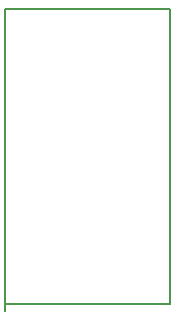
<source format=gbr>
G04 #@! TF.FileFunction,Profile,NP*
%FSLAX46Y46*%
G04 Gerber Fmt 4.6, Leading zero omitted, Abs format (unit mm)*
G04 Created by KiCad (PCBNEW 4.0.6) date 11/10/17 20:31:32*
%MOMM*%
%LPD*%
G01*
G04 APERTURE LIST*
%ADD10C,0.100000*%
%ADD11C,0.150000*%
G04 APERTURE END LIST*
D10*
D11*
X139000000Y-97000000D02*
X125000000Y-97000000D01*
X139000000Y-122000000D02*
X139000000Y-97000000D01*
X125000000Y-122000000D02*
X139000000Y-122000000D01*
X125000000Y-122000000D02*
X125000000Y-122635000D01*
X125000000Y-97000000D02*
X125000000Y-122000000D01*
M02*

</source>
